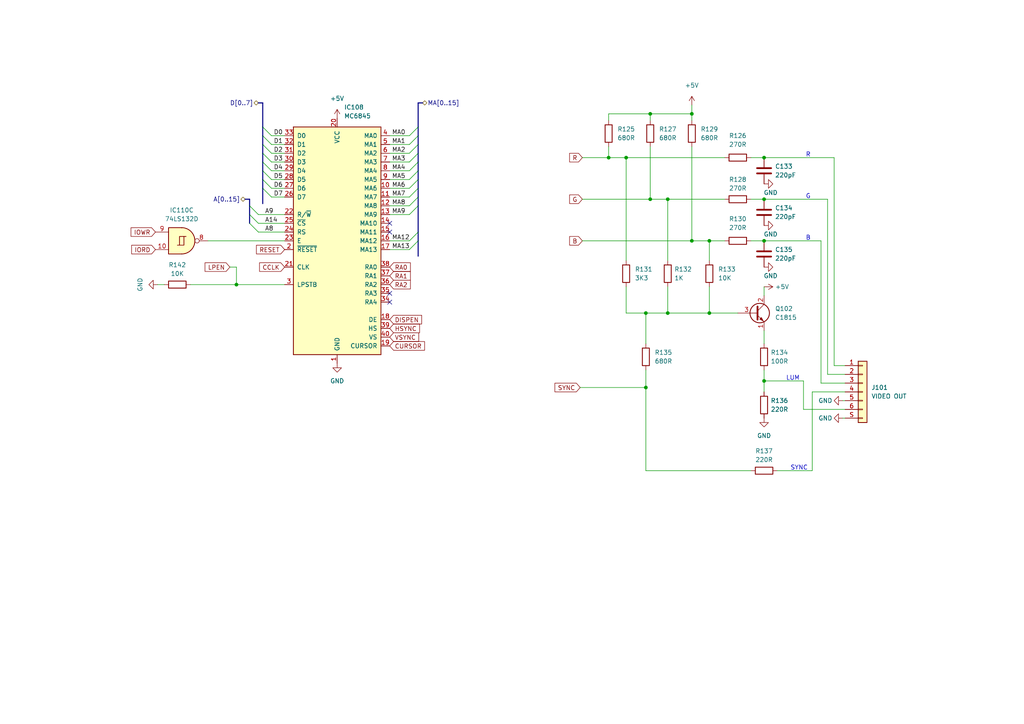
<source format=kicad_sch>
(kicad_sch (version 20230121) (generator eeschema)
  (paper "A4")
  (lib_symbols
    (symbol "74xx:74LS132" (pin_names (offset 1.016))
      (property "Reference" "U" (at 0 1.27 0))
      (property "Value" "74LS132" (at 0 -1.27 0))
      (symbol "74LS132_1_0"
        (polyline (pts (xy -0.635 -1.27) (xy -0.635 1.27) (xy 0.635 1.27)))
        (polyline (pts (xy -0.635 -1.27) (xy -0.635 1.27) (xy 0.635 1.27)))
        (polyline (pts (xy -1.27 -1.27) (xy 0.635 -1.27) (xy 0.635 1.27) (xy 1.27 1.27)))
        (polyline (pts (xy -1.27 -1.27) (xy 0.635 -1.27) (xy 0.635 1.27) (xy 1.27 1.27)))
      )
      (symbol "74LS132_1_1"
        (arc (start 0 -3.81) (mid 3.7934 0) (end 0 3.81) (stroke (width 0.254)) (fill (type background)))
        (polyline (pts (xy 0 3.81) (xy -3.81 3.81) (xy -3.81 -3.81) (xy 0 -3.81)) (stroke (width 0.254)) (fill (type background)))
        (pin input line (at -7.62 2.54 0) (length 3.81) (name "~") (number "1"))
        (pin input line (at -7.62 -2.54 0) (length 3.81) (name "~") (number "2"))
        (pin output inverted (at 7.62 0 180) (length 3.81) (name "~") (number "3"))
      )
      (symbol "74LS132_1_2"
        (arc (start -3.81 -3.81) (mid -2.589 0) (end -3.81 3.81) (stroke (width 0.254)))
        (arc (start -0.6096 -3.81) (mid 2.1842 -2.5851) (end 3.81 0) (stroke (width 0.254)) (fill (type background)))
        (polyline (pts (xy -3.81 -3.81) (xy -0.635 -3.81)) (stroke (width 0.254)) (fill (type background)))
        (polyline (pts (xy -3.81 3.81) (xy -0.635 3.81)) (stroke (width 0.254)) (fill (type background)))
        (polyline (pts (xy -0.635 3.81) (xy -3.81 3.81) (xy -3.81 3.81) (xy -3.556 3.4036) (xy -3.0226 2.2606) (xy -2.6924 1.0414) (xy -2.6162 -0.254) (xy -2.7686 -1.4986) (xy -3.175 -2.7178) (xy -3.81 -3.81) (xy -3.81 -3.81) (xy -0.635 -3.81)) (stroke (width -25.4)) (fill (type background)))
        (arc (start 3.81 0) (mid 2.1915 2.5936) (end -0.6096 3.81) (stroke (width 0.254)) (fill (type background)))
        (pin input inverted (at -7.62 2.54 0) (length 4.318) (name "~") (number "1"))
        (pin input inverted (at -7.62 -2.54 0) (length 4.318) (name "~") (number "2"))
        (pin output line (at 7.62 0 180) (length 3.81) (name "~") (number "3"))
      )
      (symbol "74LS132_2_0"
        (polyline (pts (xy -0.635 -1.27) (xy -0.635 1.27) (xy 0.635 1.27)))
        (polyline (pts (xy -0.635 -1.27) (xy -0.635 1.27) (xy 0.635 1.27)))
        (polyline (pts (xy -1.27 -1.27) (xy 0.635 -1.27) (xy 0.635 1.27) (xy 1.27 1.27)))
        (polyline (pts (xy -1.27 -1.27) (xy 0.635 -1.27) (xy 0.635 1.27) (xy 1.27 1.27)))
      )
      (symbol "74LS132_2_1"
        (arc (start 0 -3.81) (mid 3.7934 0) (end 0 3.81) (stroke (width 0.254)) (fill (type background)))
        (polyline (pts (xy 0 3.81) (xy -3.81 3.81) (xy -3.81 -3.81) (xy 0 -3.81)) (stroke (width 0.254)) (fill (type background)))
        (pin input line (at -7.62 2.54 0) (length 3.81) (name "~") (number "4"))
        (pin input line (at -7.62 -2.54 0) (length 3.81) (name "~") (number "5"))
        (pin output inverted (at 7.62 0 180) (length 3.81) (name "~") (number "6"))
      )
      (symbol "74LS132_2_2"
        (arc (start -3.81 -3.81) (mid -2.589 0) (end -3.81 3.81) (stroke (width 0.254)))
        (arc (start -0.6096 -3.81) (mid 2.1842 -2.5851) (end 3.81 0) (stroke (width 0.254)) (fill (type background)))
        (polyline (pts (xy -3.81 -3.81) (xy -0.635 -3.81)) (stroke (width 0.254)) (fill (type background)))
        (polyline (pts (xy -3.81 3.81) (xy -0.635 3.81)) (stroke (width 0.254)) (fill (type background)))
        (polyline (pts (xy -0.635 3.81) (xy -3.81 3.81) (xy -3.81 3.81) (xy -3.556 3.4036) (xy -3.0226 2.2606) (xy -2.6924 1.0414) (xy -2.6162 -0.254) (xy -2.7686 -1.4986) (xy -3.175 -2.7178) (xy -3.81 -3.81) (xy -3.81 -3.81) (xy -0.635 -3.81)) (stroke (width -25.4)) (fill (type background)))
        (arc (start 3.81 0) (mid 2.1915 2.5936) (end -0.6096 3.81) (stroke (width 0.254)) (fill (type background)))
        (pin input inverted (at -7.62 2.54 0) (length 4.318) (name "~") (number "4"))
        (pin input inverted (at -7.62 -2.54 0) (length 4.318) (name "~") (number "5"))
        (pin output line (at 7.62 0 180) (length 3.81) (name "~") (number "6"))
      )
      (symbol "74LS132_3_0"
        (polyline (pts (xy -0.635 -1.27) (xy -0.635 1.27) (xy 0.635 1.27)))
        (polyline (pts (xy -0.635 -1.27) (xy -0.635 1.27) (xy 0.635 1.27)))
        (polyline (pts (xy -1.27 -1.27) (xy 0.635 -1.27) (xy 0.635 1.27) (xy 1.27 1.27)))
        (polyline (pts (xy -1.27 -1.27) (xy 0.635 -1.27) (xy 0.635 1.27) (xy 1.27 1.27)))
      )
      (symbol "74LS132_3_1"
        (arc (start 0 -3.81) (mid 3.7934 0) (end 0 3.81) (stroke (width 0.254)) (fill (type background)))
        (polyline (pts (xy 0 3.81) (xy -3.81 3.81) (xy -3.81 -3.81) (xy 0 -3.81)) (stroke (width 0.254)) (fill (type background)))
        (pin input line (at -7.62 -2.54 0) (length 3.81) (name "~") (number "10"))
        (pin output inverted (at 7.62 0 180) (length 3.81) (name "~") (number "8"))
        (pin input line (at -7.62 2.54 0) (length 3.81) (name "~") (number "9"))
      )
      (symbol "74LS132_3_2"
        (arc (start -3.81 -3.81) (mid -2.589 0) (end -3.81 3.81) (stroke (width 0.254)))
        (arc (start -0.6096 -3.81) (mid 2.1842 -2.5851) (end 3.81 0) (stroke (width 0.254)) (fill (type background)))
        (polyline (pts (xy -3.81 -3.81) (xy -0.635 -3.81)) (stroke (width 0.254)) (fill (type background)))
        (polyline (pts (xy -3.81 3.81) (xy -0.635 3.81)) (stroke (width 0.254)) (fill (type background)))
        (polyline (pts (xy -0.635 3.81) (xy -3.81 3.81) (xy -3.81 3.81) (xy -3.556 3.4036) (xy -3.0226 2.2606) (xy -2.6924 1.0414) (xy -2.6162 -0.254) (xy -2.7686 -1.4986) (xy -3.175 -2.7178) (xy -3.81 -3.81) (xy -3.81 -3.81) (xy -0.635 -3.81)) (stroke (width -25.4)) (fill (type background)))
        (arc (start 3.81 0) (mid 2.1915 2.5936) (end -0.6096 3.81) (stroke (width 0.254)) (fill (type background)))
        (pin input inverted (at -7.62 -2.54 0) (length 4.318) (name "~") (number "10"))
        (pin output line (at 7.62 0 180) (length 3.81) (name "~") (number "8"))
        (pin input inverted (at -7.62 2.54 0) (length 4.318) (name "~") (number "9"))
      )
      (symbol "74LS132_4_0"
        (polyline (pts (xy -0.635 -1.27) (xy -0.635 1.27) (xy 0.635 1.27)))
        (polyline (pts (xy -0.635 -1.27) (xy -0.635 1.27) (xy 0.635 1.27)))
        (polyline (pts (xy -1.27 -1.27) (xy 0.635 -1.27) (xy 0.635 1.27) (xy 1.27 1.27)))
        (polyline (pts (xy -1.27 -1.27) (xy 0.635 -1.27) (xy 0.635 1.27) (xy 1.27 1.27)))
      )
      (symbol "74LS132_4_1"
        (arc (start 0 -3.81) (mid 3.7934 0) (end 0 3.81) (stroke (width 0.254)) (fill (type background)))
        (polyline (pts (xy 0 3.81) (xy -3.81 3.81) (xy -3.81 -3.81) (xy 0 -3.81)) (stroke (width 0.254)) (fill (type background)))
        (pin output inverted (at 7.62 0 180) (length 3.81) (name "~") (number "11"))
        (pin input line (at -7.62 2.54 0) (length 3.81) (name "~") (number "12"))
        (pin input line (at -7.62 -2.54 0) (length 3.81) (name "~") (number "13"))
      )
      (symbol "74LS132_4_2"
        (arc (start -3.81 -3.81) (mid -2.589 0) (end -3.81 3.81) (stroke (width 0.254)))
        (arc (start -0.6096 -3.81) (mid 2.1842 -2.5851) (end 3.81 0) (stroke (width 0.254)) (fill (type background)))
        (polyline (pts (xy -3.81 -3.81) (xy -0.635 -3.81)) (stroke (width 0.254)) (fill (type background)))
        (polyline (pts (xy -3.81 3.81) (xy -0.635 3.81)) (stroke (width 0.254)) (fill (type background)))
        (polyline (pts (xy -0.635 3.81) (xy -3.81 3.81) (xy -3.81 3.81) (xy -3.556 3.4036) (xy -3.0226 2.2606) (xy -2.6924 1.0414) (xy -2.6162 -0.254) (xy -2.7686 -1.4986) (xy -3.175 -2.7178) (xy -3.81 -3.81) (xy -3.81 -3.81) (xy -0.635 -3.81)) (stroke (width -25.4)) (fill (type background)))
        (arc (start 3.81 0) (mid 2.1915 2.5936) (end -0.6096 3.81) (stroke (width 0.254)) (fill (type background)))
        (pin output line (at 7.62 0 180) (length 3.81) (name "~") (number "11"))
        (pin input inverted (at -7.62 2.54 0) (length 4.318) (name "~") (number "12"))
        (pin input inverted (at -7.62 -2.54 0) (length 4.318) (name "~") (number "13"))
      )
      (symbol "74LS132_5_0"
        (pin power_in line (at 0 12.7 270) (length 5.08) (name "VCC") (number "14"))
        (pin power_in line (at 0 -12.7 90) (length 5.08) (name "GND") (number "7"))
      )
      (symbol "74LS132_5_1"
        (rectangle (start -5.08 7.62) (end 5.08 -7.62) (stroke (width 0.254)) (fill (type background)))
      )
    )
    (symbol "CPC464-MINI:VIDEO" (pin_names (offset 1.016) hide)
      (property "Reference" "J?" (at 3.175 0.0001 0))
      (property "Value" "VIDEO" (at 3.175 -2.5399 0))
      (symbol "VIDEO_1_1"
        (rectangle (start -1.27 -7.493) (end 0 -7.747) (stroke (width 0.1524)))
        (rectangle (start -1.27 -4.953) (end 0 -5.207) (stroke (width 0.1524)))
        (rectangle (start -1.27 -2.413) (end 0 -2.667) (stroke (width 0.1524)))
        (rectangle (start -1.27 0.127) (end 0 -0.127) (stroke (width 0.1524)))
        (rectangle (start -1.27 2.667) (end 0 2.413) (stroke (width 0.1524)))
        (rectangle (start -1.27 5.207) (end 0 4.953) (stroke (width 0.1524)))
        (rectangle (start -1.27 7.747) (end 0 7.493) (stroke (width 0.1524)))
        (rectangle (start -1.27 8.89) (end 1.27 -8.89) (stroke (width 0.254)) (fill (type background)))
        (pin passive line (at -5.08 7.62 0) (length 3.81) (name "Pin_1") (number "1"))
        (pin passive line (at -5.08 5.08 0) (length 3.81) (name "Pin_2") (number "2"))
        (pin passive line (at -5.08 2.54 0) (length 3.81) (name "Pin_3") (number "3"))
        (pin passive line (at -5.08 0 0) (length 3.81) (name "Pin_4") (number "4"))
        (pin passive line (at -5.08 -2.54 0) (length 3.81) (name "Pin_5") (number "5"))
        (pin passive line (at -5.08 -5.08 0) (length 3.81) (name "Pin_6") (number "6"))
        (pin passive line (at -5.08 -7.62 0) (length 3.81) (name "Shield") (number "S"))
      )
    )
    (symbol "Device:C" (pin_numbers hide) (pin_names (offset 0.254))
      (property "Reference" "C" (at 0.635 2.54 0))
      (property "Value" "C" (at 0.635 -2.54 0))
      (symbol "C_0_1"
        (polyline (pts (xy -2.032 -0.762) (xy 2.032 -0.762)) (stroke (width 0.508)))
        (polyline (pts (xy -2.032 0.762) (xy 2.032 0.762)) (stroke (width 0.508)))
      )
      (symbol "C_1_1"
        (pin passive line (at 0 3.81 270) (length 2.794) (name "~") (number "1"))
        (pin passive line (at 0 -3.81 90) (length 2.794) (name "~") (number "2"))
      )
    )
    (symbol "Device:R" (pin_numbers hide) (pin_names (offset 0))
      (property "Reference" "R" (at 2.032 0 90))
      (property "Value" "R" (at 0 0 90))
      (symbol "R_0_1"
        (rectangle (start -1.016 -2.54) (end 1.016 2.54) (stroke (width 0.254)))
      )
      (symbol "R_1_1"
        (pin passive line (at 0 3.81 270) (length 1.27) (name "~") (number "1"))
        (pin passive line (at 0 -3.81 90) (length 1.27) (name "~") (number "2"))
      )
    )
    (symbol "GPU:MC6845" (pin_names (offset 1.016))
      (property "Reference" "U" (at -10.16 34.29 0))
      (property "Value" "MC6845" (at 12.7 34.29 0))
      (symbol "MC6845_0_1"
        (rectangle (start -12.7 -33.02) (end 12.7 33.02) (stroke (width 0.254)) (fill (type background)))
      )
      (symbol "MC6845_1_1"
        (pin power_in line (at 0 -35.56 90) (length 2.54) (name "GND") (number "1"))
        (pin output line (at 15.24 15.24 180) (length 2.54) (name "MA6") (number "10"))
        (pin output line (at 15.24 12.7 180) (length 2.54) (name "MA7") (number "11"))
        (pin output line (at 15.24 10.16 180) (length 2.54) (name "MA8") (number "12"))
        (pin output line (at 15.24 7.62 180) (length 2.54) (name "MA9") (number "13"))
        (pin output line (at 15.24 5.08 180) (length 2.54) (name "MA10") (number "14"))
        (pin output line (at 15.24 2.54 180) (length 2.54) (name "MA11") (number "15"))
        (pin output line (at 15.24 0 180) (length 2.54) (name "MA12") (number "16"))
        (pin output line (at 15.24 -2.54 180) (length 2.54) (name "MA13") (number "17"))
        (pin output line (at 15.24 -22.86 180) (length 2.54) (name "DE") (number "18"))
        (pin output line (at 15.24 -30.48 180) (length 2.54) (name "CURSOR") (number "19"))
        (pin input line (at -15.24 -2.54 0) (length 2.54) (name "~{RESET}") (number "2"))
        (pin power_in line (at 0 35.56 270) (length 2.54) (name "VCC") (number "20"))
        (pin input line (at -15.24 -7.62 0) (length 2.54) (name "CLK") (number "21"))
        (pin input line (at -15.24 7.62 0) (length 2.54) (name "R/~{W}") (number "22"))
        (pin input line (at -15.24 0 0) (length 2.54) (name "E") (number "23"))
        (pin input line (at -15.24 2.54 0) (length 2.54) (name "RS") (number "24"))
        (pin input line (at -15.24 5.08 0) (length 2.54) (name "~{CS}") (number "25"))
        (pin bidirectional line (at -15.24 12.7 0) (length 2.54) (name "D7") (number "26"))
        (pin bidirectional line (at -15.24 15.24 0) (length 2.54) (name "D6") (number "27"))
        (pin bidirectional line (at -15.24 17.78 0) (length 2.54) (name "D5") (number "28"))
        (pin bidirectional line (at -15.24 20.32 0) (length 2.54) (name "D4") (number "29"))
        (pin input line (at -15.24 -12.7 0) (length 2.54) (name "LPSTB") (number "3"))
        (pin bidirectional line (at -15.24 22.86 0) (length 2.54) (name "D3") (number "30"))
        (pin bidirectional line (at -15.24 25.4 0) (length 2.54) (name "D2") (number "31"))
        (pin bidirectional line (at -15.24 27.94 0) (length 2.54) (name "D1") (number "32"))
        (pin bidirectional line (at -15.24 30.48 0) (length 2.54) (name "D0") (number "33"))
        (pin output line (at 15.24 -17.78 180) (length 2.54) (name "RA4") (number "34"))
        (pin output line (at 15.24 -15.24 180) (length 2.54) (name "RA3") (number "35"))
        (pin output line (at 15.24 -12.7 180) (length 2.54) (name "RA2") (number "36"))
        (pin output line (at 15.24 -10.16 180) (length 2.54) (name "RA1") (number "37"))
        (pin output line (at 15.24 -7.62 180) (length 2.54) (name "RA0") (number "38"))
        (pin output line (at 15.24 -25.4 180) (length 2.54) (name "HS") (number "39"))
        (pin output line (at 15.24 30.48 180) (length 2.54) (name "MA0") (number "4"))
        (pin output line (at 15.24 -27.94 180) (length 2.54) (name "VS") (number "40"))
        (pin output line (at 15.24 27.94 180) (length 2.54) (name "MA1") (number "5"))
        (pin output line (at 15.24 25.4 180) (length 2.54) (name "MA2") (number "6"))
        (pin output line (at 15.24 22.86 180) (length 2.54) (name "MA3") (number "7"))
        (pin output line (at 15.24 20.32 180) (length 2.54) (name "MA4") (number "8"))
        (pin output line (at 15.24 17.78 180) (length 2.54) (name "MA5") (number "9"))
      )
    )
    (symbol "Transistor_BJT:2SC1815" (pin_names (offset 0) hide)
      (property "Reference" "Q" (at 5.08 1.905 0))
      (property "Value" "2SC1815" (at 5.08 0 0))
      (symbol "2SC1815_0_1"
        (polyline (pts (xy 0 0) (xy 0.508 0)))
        (polyline (pts (xy 0.635 0.635) (xy 2.54 2.54)))
        (polyline (pts (xy 0.635 -0.635) (xy 2.54 -2.54) (xy 2.54 -2.54)))
        (polyline (pts (xy 0.635 1.905) (xy 0.635 -1.905) (xy 0.635 -1.905)) (stroke (width 0.508)))
        (polyline (pts (xy 1.27 -1.778) (xy 1.778 -1.27) (xy 2.286 -2.286) (xy 1.27 -1.778) (xy 1.27 -1.778)) (fill (type outline)))
        (circle (center 1.27 0) (radius 2.8194) (stroke (width 0.254)))
      )
      (symbol "2SC1815_1_1"
        (pin passive line (at 2.54 -5.08 90) (length 2.54) (name "E") (number "1"))
        (pin passive line (at 2.54 5.08 270) (length 2.54) (name "C") (number "2"))
        (pin input line (at -5.08 0 0) (length 5.08) (name "B") (number "3"))
      )
    )
    (symbol "power:+5V" (power) (pin_names (offset 0))
      (property "Value" "+5V" (at 0 3.556 0))
      (symbol "+5V_0_1"
        (polyline (pts (xy -0.762 1.27) (xy 0 2.54)))
        (polyline (pts (xy 0 0) (xy 0 2.54)))
        (polyline (pts (xy 0 2.54) (xy 0.762 1.27)))
      )
      (symbol "+5V_1_1"
        (pin power_in line (at 0 0 90) (length 0) hide (name "+5V") (number "1"))
      )
    )
    (symbol "power:GND" (power) (pin_names (offset 0))
      (property "Value" "GND" (at 0 -3.81 0))
      (symbol "GND_0_1"
        (polyline (pts (xy 0 0) (xy 0 -1.27) (xy 1.27 -1.27) (xy 0 -2.54) (xy -1.27 -1.27) (xy 0 -1.27)))
      )
      (symbol "GND_1_1"
        (pin power_in line (at 0 0 270) (length 0) hide (name "GND") (number "1"))
      )
    )
  )
  (junction (at 200.66 69.85))
  (junction (at 221.615 57.785))
  (junction (at 188.595 57.785))
  (junction (at 221.615 110.49))
  (junction (at 176.53 45.72))
  (junction (at 187.325 112.395))
  (junction (at 200.66 33.02))
  (junction (at 205.74 69.85))
  (junction (at 188.595 33.02))
  (junction (at 193.675 90.805))
  (junction (at 193.675 57.785))
  (junction (at 187.325 90.805))
  (junction (at 68.58 82.55))
  (junction (at 181.61 45.72))
  (junction (at 205.74 90.805))
  (junction (at 221.615 69.85))
  (junction (at 221.615 45.72))
  (no_connect (at 113.03 64.77))
  (no_connect (at 113.03 85.09))
  (no_connect (at 113.03 87.63))
  (no_connect (at 113.03 67.31))
  (bus_entry (at 76.2 46.99) (size 2.54 2.54))
  (bus_entry (at 76.2 36.83) (size 2.54 2.54))
  (bus_entry (at 72.39 64.77) (size 2.54 2.54))
  (bus_entry (at 76.2 44.45) (size 2.54 2.54))
  (bus_entry (at 118.745 57.15) (size 2.54 -2.54))
  (bus_entry (at 72.39 59.69) (size 2.54 2.54))
  (bus_entry (at 118.745 54.61) (size 2.54 -2.54))
  (bus_entry (at 118.745 41.91) (size 2.54 -2.54))
  (bus_entry (at 118.745 62.23) (size 2.54 -2.54))
  (bus_entry (at 76.2 54.61) (size 2.54 2.54))
  (bus_entry (at 118.745 59.69) (size 2.54 -2.54))
  (bus_entry (at 76.2 41.91) (size 2.54 2.54))
  (bus_entry (at 76.2 52.07) (size 2.54 2.54))
  (bus_entry (at 118.745 69.85) (size 2.54 -2.54))
  (bus_entry (at 118.745 49.53) (size 2.54 -2.54))
  (bus_entry (at 72.39 62.23) (size 2.54 2.54))
  (bus_entry (at 118.745 52.07) (size 2.54 -2.54))
  (bus_entry (at 118.745 46.99) (size 2.54 -2.54))
  (bus_entry (at 118.745 44.45) (size 2.54 -2.54))
  (bus_entry (at 76.2 49.53) (size 2.54 2.54))
  (bus_entry (at 76.2 39.37) (size 2.54 2.54))
  (bus_entry (at 118.745 39.37) (size 2.54 -2.54))
  (bus_entry (at 118.745 72.39) (size 2.54 -2.54))
  (wire (pts (xy 187.325 112.395) (xy 187.325 107.315)))
  (wire (pts (xy 78.74 52.07) (xy 82.55 52.07)))
  (wire (pts (xy 74.93 62.23) (xy 82.55 62.23)))
  (wire (pts (xy 55.245 82.55) (xy 68.58 82.55)))
  (wire (pts (xy 78.74 54.61) (xy 82.55 54.61)))
  (bus (pts (xy 76.2 46.99) (xy 76.2 49.53)))
  (wire (pts (xy 187.325 112.395) (xy 187.325 136.525)))
  (wire (pts (xy 113.03 49.53) (xy 118.745 49.53)))
  (wire (pts (xy 205.74 69.85) (xy 210.185 69.85)))
  (wire (pts (xy 113.03 57.15) (xy 118.745 57.15)))
  (wire (pts (xy 221.615 83.185) (xy 221.615 85.725)))
  (bus (pts (xy 121.285 39.37) (xy 121.285 41.91)))
  (wire (pts (xy 113.03 72.39) (xy 118.745 72.39)))
  (bus (pts (xy 121.285 36.83) (xy 121.285 39.37)))
  (bus (pts (xy 121.285 59.69) (xy 121.285 67.31)))
  (bus (pts (xy 121.285 67.31) (xy 121.285 69.85)))
  (wire (pts (xy 217.805 69.85) (xy 221.615 69.85)))
  (wire (pts (xy 187.325 136.525) (xy 217.805 136.525)))
  (bus (pts (xy 72.39 57.785) (xy 72.39 59.69)))
  (wire (pts (xy 221.615 110.49) (xy 221.615 113.665)))
  (bus (pts (xy 71.12 57.785) (xy 72.39 57.785)))
  (wire (pts (xy 113.03 54.61) (xy 118.745 54.61)))
  (bus (pts (xy 76.2 36.83) (xy 76.2 39.37)))
  (bus (pts (xy 121.285 29.845) (xy 121.285 36.83)))
  (wire (pts (xy 176.53 45.72) (xy 181.61 45.72)))
  (wire (pts (xy 113.03 69.85) (xy 118.745 69.85)))
  (bus (pts (xy 121.285 54.61) (xy 121.285 57.15)))
  (wire (pts (xy 78.74 46.99) (xy 82.55 46.99)))
  (bus (pts (xy 121.285 46.99) (xy 121.285 49.53)))
  (wire (pts (xy 168.275 112.395) (xy 187.325 112.395)))
  (wire (pts (xy 244.475 121.285) (xy 245.11 121.285)))
  (wire (pts (xy 188.595 33.02) (xy 188.595 34.925)))
  (wire (pts (xy 78.74 49.53) (xy 82.55 49.53)))
  (wire (pts (xy 187.325 90.805) (xy 193.675 90.805)))
  (wire (pts (xy 45.72 82.55) (xy 47.625 82.55)))
  (wire (pts (xy 168.91 45.72) (xy 176.53 45.72)))
  (wire (pts (xy 78.74 57.15) (xy 82.55 57.15)))
  (wire (pts (xy 113.03 52.07) (xy 118.745 52.07)))
  (wire (pts (xy 205.74 69.85) (xy 205.74 75.565)))
  (wire (pts (xy 221.615 95.885) (xy 221.615 99.695)))
  (wire (pts (xy 181.61 45.72) (xy 210.185 45.72)))
  (wire (pts (xy 68.58 77.47) (xy 68.58 82.55)))
  (wire (pts (xy 240.03 57.785) (xy 240.03 108.585)))
  (wire (pts (xy 240.03 108.585) (xy 245.11 108.585)))
  (wire (pts (xy 221.615 57.785) (xy 240.03 57.785)))
  (wire (pts (xy 245.11 113.665) (xy 235.585 113.665)))
  (wire (pts (xy 176.53 33.02) (xy 188.595 33.02)))
  (bus (pts (xy 122.555 29.845) (xy 121.285 29.845)))
  (wire (pts (xy 78.74 41.91) (xy 82.55 41.91)))
  (bus (pts (xy 76.2 49.53) (xy 76.2 52.07)))
  (wire (pts (xy 74.93 67.31) (xy 82.55 67.31)))
  (wire (pts (xy 241.935 45.72) (xy 241.935 106.045)))
  (wire (pts (xy 200.66 33.02) (xy 200.66 34.925)))
  (wire (pts (xy 113.03 39.37) (xy 118.745 39.37)))
  (wire (pts (xy 238.125 111.125) (xy 245.11 111.125)))
  (wire (pts (xy 193.675 57.785) (xy 210.185 57.785)))
  (wire (pts (xy 113.03 41.91) (xy 118.745 41.91)))
  (wire (pts (xy 238.125 69.85) (xy 238.125 111.125)))
  (wire (pts (xy 176.53 45.72) (xy 176.53 42.545)))
  (wire (pts (xy 181.61 90.805) (xy 187.325 90.805)))
  (bus (pts (xy 72.39 59.69) (xy 72.39 62.23)))
  (bus (pts (xy 121.285 49.53) (xy 121.285 52.07)))
  (wire (pts (xy 233.045 118.745) (xy 233.045 110.49)))
  (wire (pts (xy 188.595 33.02) (xy 200.66 33.02)))
  (wire (pts (xy 113.03 62.23) (xy 118.745 62.23)))
  (bus (pts (xy 76.2 39.37) (xy 76.2 41.91)))
  (wire (pts (xy 217.805 45.72) (xy 221.615 45.72)))
  (bus (pts (xy 76.2 54.61) (xy 76.2 59.055)))
  (wire (pts (xy 187.325 99.695) (xy 187.325 90.805)))
  (wire (pts (xy 113.03 59.69) (xy 118.745 59.69)))
  (wire (pts (xy 181.61 45.72) (xy 181.61 75.565)))
  (wire (pts (xy 241.935 106.045) (xy 245.11 106.045)))
  (bus (pts (xy 121.285 52.07) (xy 121.285 54.61)))
  (bus (pts (xy 121.285 44.45) (xy 121.285 46.99)))
  (wire (pts (xy 200.66 69.85) (xy 200.66 42.545)))
  (wire (pts (xy 245.11 118.745) (xy 233.045 118.745)))
  (wire (pts (xy 205.74 83.185) (xy 205.74 90.805)))
  (bus (pts (xy 74.93 29.845) (xy 76.2 29.845)))
  (wire (pts (xy 60.325 69.85) (xy 82.55 69.85)))
  (wire (pts (xy 213.995 90.805) (xy 205.74 90.805)))
  (wire (pts (xy 181.61 90.805) (xy 181.61 83.185)))
  (wire (pts (xy 68.58 82.55) (xy 82.55 82.55)))
  (wire (pts (xy 233.045 110.49) (xy 221.615 110.49)))
  (bus (pts (xy 76.2 44.45) (xy 76.2 46.99)))
  (wire (pts (xy 217.805 57.785) (xy 221.615 57.785)))
  (bus (pts (xy 121.285 41.91) (xy 121.285 44.45)))
  (wire (pts (xy 168.91 69.85) (xy 200.66 69.85)))
  (wire (pts (xy 245.11 116.205) (xy 244.475 116.205)))
  (wire (pts (xy 205.74 90.805) (xy 193.675 90.805)))
  (wire (pts (xy 221.615 69.85) (xy 238.125 69.85)))
  (wire (pts (xy 235.585 113.665) (xy 235.585 136.525)))
  (bus (pts (xy 121.285 69.85) (xy 121.285 74.295)))
  (bus (pts (xy 72.39 62.23) (xy 72.39 64.77)))
  (wire (pts (xy 176.53 34.925) (xy 176.53 33.02)))
  (wire (pts (xy 188.595 57.785) (xy 188.595 42.545)))
  (bus (pts (xy 76.2 52.07) (xy 76.2 54.61)))
  (wire (pts (xy 235.585 136.525) (xy 225.425 136.525)))
  (wire (pts (xy 74.93 64.77) (xy 82.55 64.77)))
  (bus (pts (xy 76.2 29.845) (xy 76.2 36.83)))
  (wire (pts (xy 168.91 57.785) (xy 188.595 57.785)))
  (wire (pts (xy 193.675 83.185) (xy 193.675 90.805)))
  (wire (pts (xy 221.615 45.72) (xy 241.935 45.72)))
  (wire (pts (xy 200.66 30.48) (xy 200.66 33.02)))
  (wire (pts (xy 193.675 57.785) (xy 193.675 75.565)))
  (bus (pts (xy 121.285 57.15) (xy 121.285 59.69)))
  (wire (pts (xy 188.595 57.785) (xy 193.675 57.785)))
  (wire (pts (xy 113.03 44.45) (xy 118.745 44.45)))
  (wire (pts (xy 221.615 107.315) (xy 221.615 110.49)))
  (bus (pts (xy 76.2 41.91) (xy 76.2 44.45)))
  (wire (pts (xy 78.74 44.45) (xy 82.55 44.45)))
  (wire (pts (xy 200.66 69.85) (xy 205.74 69.85)))
  (wire (pts (xy 66.675 77.47) (xy 68.58 77.47)))
  (wire (pts (xy 113.03 46.99) (xy 118.745 46.99)))
  (wire (pts (xy 78.74 39.37) (xy 82.55 39.37)))
  (text "LUM" (at 227.965 110.49 0) (effects (font (size 1.27 1.27)) (justify left bottom)))
  (text "SYNC" (at 229.235 136.525 0) (effects (font (size 1.27 1.27)) (justify left bottom)))
  (text "G" (at 233.68 57.785 0) (effects (font (size 1.27 1.27)) (justify left bottom)))
  (text "R" (at 233.68 45.72 0) (effects (font (size 1.27 1.27)) (justify left bottom)))
  (text "B" (at 233.68 69.85 0) (effects (font (size 1.27 1.27)) (justify left bottom)))
  (label "D3" (at 79.375 46.99 0))
  (label "D7" (at 79.375 57.15 0))
  (label "MA9" (at 113.665 62.23 0))
  (label "D6" (at 79.375 54.61 0))
  (label "MA1" (at 113.665 41.91 0))
  (label "D4" (at 79.375 49.53 0))
  (label "MA0" (at 113.665 39.37 0))
  (label "A8" (at 76.835 67.31 0))
  (label "A14" (at 76.835 64.77 0))
  (label "MA2" (at 113.665 44.45 0))
  (label "D0" (at 79.375 39.37 0))
  (label "A9" (at 76.835 62.23 0))
  (label "MA7" (at 113.665 57.15 0))
  (label "MA6" (at 113.665 54.61 0))
  (label "MA3" (at 113.665 46.99 0))
  (label "D1" (at 79.375 41.91 0))
  (label "MA5" (at 113.665 52.07 0))
  (label "MA4" (at 113.665 49.53 0))
  (label "MA13" (at 113.665 72.39 0))
  (label "MA8" (at 113.665 59.69 0))
  (label "D2" (at 79.375 44.45 0))
  (label "MA12" (at 113.665 69.85 0))
  (label "D5" (at 79.375 52.07 0))
  (global_label "SYNC" (shape input) (at 168.275 112.395 180) (property "Intersheetrefs" "${INTERSHEET_REFS}" (effects hide)))
  (global_label "RA2" (shape input) (at 113.03 82.55 0) (property "Intersheetrefs" "${INTERSHEET_REFS}" (effects hide)))
  (global_label "CCLK" (shape input) (at 82.55 77.47 180) (property "Intersheetrefs" "${INTERSHEET_REFS}" (effects hide)))
  (global_label "IORD" (shape input) (at 45.085 72.39 180) (property "Intersheetrefs" "${INTERSHEET_REFS}" (effects hide)))
  (global_label "CURSOR" (shape input) (at 113.03 100.33 0) (property "Intersheetrefs" "${INTERSHEET_REFS}" (effects hide)))
  (global_label "G" (shape input) (at 168.91 57.785 180) (property "Intersheetrefs" "${INTERSHEET_REFS}" (effects hide)))
  (global_label "VSYNC" (shape input) (at 113.03 97.79 0) (property "Intersheetrefs" "${INTERSHEET_REFS}" (effects hide)))
  (global_label "HSYNC" (shape input) (at 113.03 95.25 0) (property "Intersheetrefs" "${INTERSHEET_REFS}" (effects hide)))
  (global_label "IOWR" (shape input) (at 45.085 67.31 180) (property "Intersheetrefs" "${INTERSHEET_REFS}" (effects hide)))
  (global_label "R" (shape input) (at 168.91 45.72 180) (property "Intersheetrefs" "${INTERSHEET_REFS}" (effects hide)))
  (global_label "RESET" (shape input) (at 82.55 72.39 180) (property "Intersheetrefs" "${INTERSHEET_REFS}" (effects hide)))
  (global_label "RA1" (shape input) (at 113.03 80.01 0) (property "Intersheetrefs" "${INTERSHEET_REFS}" (effects hide)))
  (global_label "DISPEN" (shape input) (at 113.03 92.71 0) (property "Intersheetrefs" "${INTERSHEET_REFS}" (effects hide)))
  (global_label "LPEN" (shape input) (at 66.675 77.47 180) (property "Intersheetrefs" "${INTERSHEET_REFS}" (effects hide)))
  (global_label "B" (shape input) (at 168.91 69.85 180) (property "Intersheetrefs" "${INTERSHEET_REFS}" (effects hide)))
  (global_label "RA0" (shape input) (at 113.03 77.47 0) (property "Intersheetrefs" "${INTERSHEET_REFS}" (effects hide)))
  (hierarchical_label "D[0..7]" (shape bidirectional) (at 74.93 29.845 180))
  (hierarchical_label "A[0..15]" (shape bidirectional) (at 71.12 57.785 180))
  (hierarchical_label "MA[0..15]" (shape bidirectional) (at 122.555 29.845 0))
  (symbol (lib_id "74xx:74LS132") (at 52.705 69.85 0) (unit 3)
    (property "Reference" "IC110" (at 52.705 60.96 0))
    (property "Value" "74LS132D" (at 52.705 63.5 0))
    (property "Footprint" "Package_SO:SOIC-14_3.9x8.7mm_P1.27mm" (effects hide))
    (property "Datasheet" "http://www.ti.com/lit/gpn/sn74LS132" (effects hide))
  )
  (symbol (lib_id "Device:R") (at 221.615 117.475 0) (unit 1)
    (property "Reference" "R136" (at 223.52 116.2049 0) (effects (justify left)))
    (property "Value" "220R" (at 223.52 118.7449 0) (effects (justify left)))
    (property "Footprint" "Resistor_SMD:R_0805_2012Metric" (effects hide))
    (property "LCSC" "C114519" (effects hide))
  )
  (symbol (lib_id "power:+5V") (at 200.66 30.48 0) (unit 1)
    (property "Reference" "#PWR0173" (effects hide))
    (property "Value" "+5V" (at 200.66 24.765 0))
  )
  (symbol (lib_id "Device:R") (at 188.595 38.735 0) (unit 1)
    (property "Reference" "R127" (at 191.135 37.4649 0) (effects (justify left)))
    (property "Value" "680R" (at 191.135 40.0049 0) (effects (justify left)))
    (property "Footprint" "Resistor_SMD:R_0805_2012Metric" (effects hide))
    (property "LCSC" "C114549" (effects hide))
  )
  (symbol (lib_id "Device:R") (at 221.615 136.525 90) (mirror x) (unit 1)
    (property "Reference" "R137" (at 221.615 130.81 90))
    (property "Value" "220R" (at 221.615 133.35 90))
    (property "Footprint" "Resistor_SMD:R_0805_2012Metric" (effects hide))
    (property "LCSC" "C114519" (effects hide))
  )
  (symbol (lib_id "power:GND") (at 244.475 116.205 270) (unit 1)
    (property "Reference" "#PWR0170" (effects hide))
    (property "Value" "GND" (at 239.395 116.205 90))
  )
  (symbol (lib_id "Device:C") (at 221.615 49.53 0) (unit 1)
    (property "Reference" "C133" (at 224.79 48.2599 0) (effects (justify left)))
    (property "Value" "220pF" (at 224.79 50.7999 0) (effects (justify left)))
    (property "Footprint" "Capacitor_SMD:C_0805_2012Metric" (effects hide))
    (property "LCSC" "C1727" (effects hide))
  )
  (symbol (lib_id "Device:R") (at 205.74 79.375 0) (unit 1)
    (property "Reference" "R133" (at 208.28 78.1049 0) (effects (justify left)))
    (property "Value" "10K" (at 208.28 80.6449 0) (effects (justify left)))
    (property "Footprint" "Resistor_SMD:R_0805_2012Metric" (effects hide))
    (property "LCSC" "C84376" (effects hide))
  )
  (symbol (lib_id "Device:R") (at 200.66 38.735 0) (unit 1)
    (property "Reference" "R129" (at 203.2 37.4649 0) (effects (justify left)))
    (property "Value" "680R" (at 203.2 40.0049 0) (effects (justify left)))
    (property "Footprint" "Resistor_SMD:R_0805_2012Metric" (effects hide))
    (property "LCSC" "C114549" (effects hide))
  )
  (symbol (lib_id "power:+5V") (at 221.615 83.185 270) (unit 1)
    (property "Reference" "#PWR0177" (effects hide))
    (property "Value" "+5V" (at 224.79 83.1849 90) (effects (justify left)))
  )
  (symbol (lib_id "Device:R") (at 51.435 82.55 90) (unit 1)
    (property "Reference" "R142" (at 51.435 76.835 90))
    (property "Value" "10K" (at 51.435 79.375 90))
    (property "Footprint" "Resistor_SMD:R_0805_2012Metric" (effects hide))
    (property "LCSC" "C84376" (effects hide))
  )
  (symbol (lib_id "power:+5V") (at 97.79 34.29 0) (unit 1)
    (property "Reference" "#PWR0174" (effects hide))
    (property "Value" "+5V" (at 97.79 28.575 0))
  )
  (symbol (lib_id "power:GND") (at 97.79 105.41 0) (unit 1)
    (property "Reference" "#PWR0175" (effects hide))
    (property "Value" "GND" (at 97.79 110.49 0))
  )
  (symbol (lib_id "power:GND") (at 244.475 121.285 270) (unit 1)
    (property "Reference" "#PWR0109" (effects hide))
    (property "Value" "GND" (at 239.395 121.285 90))
  )
  (symbol (lib_id "Device:C") (at 221.615 73.66 0) (unit 1)
    (property "Reference" "C135" (at 224.79 72.3899 0) (effects (justify left)))
    (property "Value" "220pF" (at 224.79 74.9299 0) (effects (justify left)))
    (property "Footprint" "Capacitor_SMD:C_0805_2012Metric" (effects hide))
    (property "LCSC" "C1727" (effects hide))
  )
  (symbol (lib_id "Device:R") (at 221.615 103.505 0) (unit 1)
    (property "Reference" "R134" (at 223.52 102.2349 0) (effects (justify left)))
    (property "Value" "100R" (at 223.52 104.7749 0) (effects (justify left)))
    (property "Footprint" "Resistor_SMD:R_0805_2012Metric" (effects hide))
    (property "LCSC" "C105577" (effects hide))
  )
  (symbol (lib_id "CPC464-MINI:VIDEO") (at 250.19 113.665 0) (unit 1)
    (property "Reference" "J101" (at 252.73 112.3949 0) (effects (justify left)))
    (property "Value" "VIDEO OUT" (at 252.73 114.9349 0) (effects (justify left)))
    (property "Footprint" "CPC464-MINI:VIDEOJACK" (effects hide))
  )
  (symbol (lib_id "Device:R") (at 176.53 38.735 0) (unit 1)
    (property "Reference" "R125" (at 179.07 37.4649 0) (effects (justify left)))
    (property "Value" "680R" (at 179.07 40.0049 0) (effects (justify left)))
    (property "Footprint" "Resistor_SMD:R_0805_2012Metric" (effects hide))
    (property "LCSC" "C114549" (effects hide))
  )
  (symbol (lib_id "Device:R") (at 213.995 45.72 90) (mirror x) (unit 1)
    (property "Reference" "R126" (at 213.995 39.37 90))
    (property "Value" "270R" (at 213.995 41.91 90))
    (property "Footprint" "Resistor_SMD:R_0805_2012Metric" (effects hide))
    (property "LCSC" "C137558" (effects hide))
  )
  (symbol (lib_id "Device:R") (at 213.995 69.85 90) (mirror x) (unit 1)
    (property "Reference" "R130" (at 213.995 63.5 90))
    (property "Value" "270R" (at 213.995 66.04 90))
    (property "Footprint" "Resistor_SMD:R_0805_2012Metric" (effects hide))
    (property "LCSC" "C137558" (effects hide))
  )
  (symbol (lib_id "power:GND") (at 45.72 82.55 270) (unit 1)
    (property "Reference" "#PWR0172" (effects hide))
    (property "Value" "GND" (at 40.64 82.55 0))
  )
  (symbol (lib_id "power:GND") (at 221.615 65.405 90) (unit 1)
    (property "Reference" "#PWR0178" (effects hide))
    (property "Value" "GND" (at 223.52 67.945 90))
  )
  (symbol (lib_id "power:GND") (at 221.615 121.285 0) (unit 1)
    (property "Reference" "#PWR0171" (effects hide))
    (property "Value" "GND" (at 221.615 126.365 0))
  )
  (symbol (lib_id "Device:R") (at 181.61 79.375 0) (unit 1)
    (property "Reference" "R131" (at 184.15 78.1049 0) (effects (justify left)))
    (property "Value" "3K3" (at 184.15 80.6449 0) (effects (justify left)))
    (property "Footprint" "Resistor_SMD:R_0805_2012Metric" (effects hide))
    (property "LCSC" "C114531" (effects hide))
  )
  (symbol (lib_id "Transistor_BJT:2SC1815") (at 219.075 90.805 0) (unit 1)
    (property "Reference" "Q102" (at 224.79 89.5349 0) (effects (justify left)))
    (property "Value" "C1815" (at 224.79 92.0749 0) (effects (justify left)))
    (property "Footprint" "Package_TO_SOT_SMD:SOT-23" (effects hide))
    (property "Datasheet" "https://media.digikey.com/pdf/Data%20Sheets/Toshiba%20PDFs/2SC1815.pdf" (effects hide))
  )
  (symbol (lib_id "power:GND") (at 221.615 77.47 90) (unit 1)
    (property "Reference" "#PWR0176" (effects hide))
    (property "Value" "GND" (at 223.52 80.01 90))
  )
  (symbol (lib_id "GPU:MC6845") (at 97.79 69.85 0) (unit 1)
    (property "Reference" "IC108" (at 99.8094 31.115 0) (effects (justify left)))
    (property "Value" "MC6845" (at 99.8094 33.655 0) (effects (justify left)))
    (property "Footprint" "Package_DIP:DIP-40_W15.24mm" (effects hide))
    (property "Datasheet" "http://pdf.datasheetcatalog.com/datasheet_pdf/motorola/MC6845L_and_MC6845P.pdf" (effects hide))
  )
  (symbol (lib_id "Device:C") (at 221.615 61.595 0) (unit 1)
    (property "Reference" "C134" (at 224.79 60.3249 0) (effects (justify left)))
    (property "Value" "220pF" (at 224.79 62.8649 0) (effects (justify left)))
    (property "Footprint" "Capacitor_SMD:C_0805_2012Metric" (effects hide))
    (property "LCSC" "C1727" (effects hide))
  )
  (symbol (lib_id "Device:R") (at 193.675 79.375 0) (unit 1)
    (property "Reference" "R132" (at 195.58 78.1049 0) (effects (justify left)))
    (property "Value" "1K" (at 195.58 80.6449 0) (effects (justify left)))
    (property "Footprint" "Resistor_SMD:R_0805_2012Metric" (effects hide))
    (property "LCSC" "C482939" (effects hide))
  )
  (symbol (lib_id "power:GND") (at 221.615 53.34 90) (unit 1)
    (property "Reference" "#PWR0179" (effects hide))
    (property "Value" "GND" (at 223.52 55.88 90))
  )
  (symbol (lib_id "Device:R") (at 187.325 103.505 0) (unit 1)
    (property "Reference" "R135" (at 189.865 102.2349 0) (effects (justify left)))
    (property "Value" "680R" (at 189.865 104.7749 0) (effects (justify left)))
    (property "Footprint" "Resistor_SMD:R_0805_2012Metric" (effects hide))
    (property "LCSC" "C114549" (effects hide))
  )
  (symbol (lib_id "Device:R") (at 213.995 57.785 90) (mirror x) (unit 1)
    (property "Reference" "R128" (at 213.995 52.07 90))
    (property "Value" "270R" (at 213.995 54.61 90))
    (property "Footprint" "Resistor_SMD:R_0805_2012Metric" (effects hide))
    (property "LCSC" "C137558" (effects hide))
  )
)
</source>
